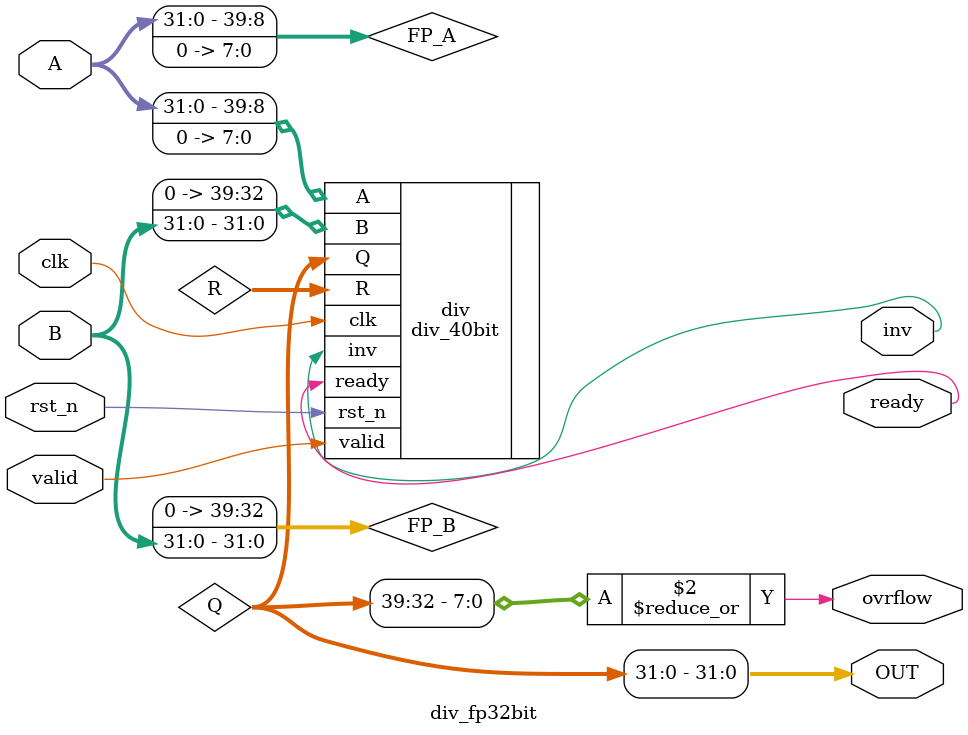
<source format=v>
`define N 32
`define FP 8
module div_fp32bit(
	input clk,
	input rst_n,
	input [`N-1: 0] A,
	input [`N-1: 0] B,
	input valid,
	
	output [`N-1: 0] OUT,
	
	output ovrflow,
	output ready,
	output inv
);
	
	wire [`N+`FP-1: 0] Q, R;
	wire [`N+`FP-1: 0] FP_A, FP_B;
	
	assign FP_A = (A << `FP);
	assign FP_B = B;
	
	div_40bit div(
		.clk (clk),
		.rst_n (rst_n),

		.A (FP_A),
		.B (FP_B),
		.valid (valid),
		
		.Q (Q),
		.R (R),
		.ready (ready),
		.inv (inv)
	);
	
	assign ovrflow = |(Q[`N+`FP-1:`N]);
	assign OUT = Q[`N-1: 0];
	


endmodule

</source>
